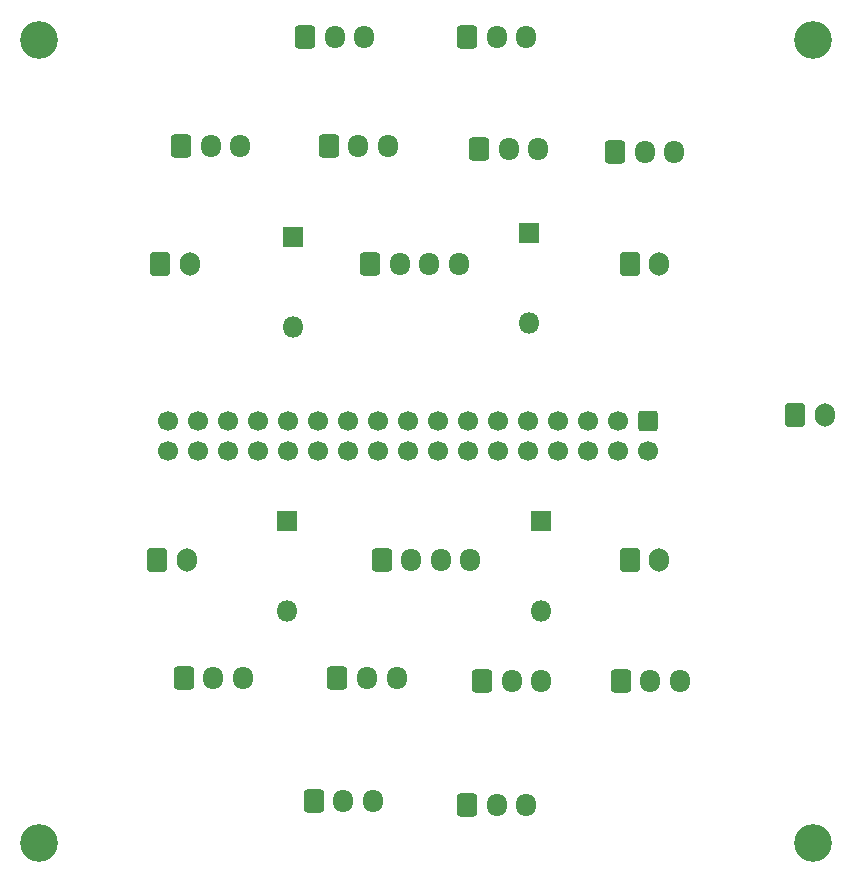
<source format=gbr>
%TF.GenerationSoftware,KiCad,Pcbnew,9.0.4*%
%TF.CreationDate,2026-02-01T19:04:07+10:00*%
%TF.ProjectId,Jet Ranger COM and NAV,4a657420-5261-46e6-9765-7220434f4d20,rev?*%
%TF.SameCoordinates,Original*%
%TF.FileFunction,Soldermask,Top*%
%TF.FilePolarity,Negative*%
%FSLAX46Y46*%
G04 Gerber Fmt 4.6, Leading zero omitted, Abs format (unit mm)*
G04 Created by KiCad (PCBNEW 9.0.4) date 2026-02-01 19:04:07*
%MOMM*%
%LPD*%
G01*
G04 APERTURE LIST*
G04 Aperture macros list*
%AMRoundRect*
0 Rectangle with rounded corners*
0 $1 Rounding radius*
0 $2 $3 $4 $5 $6 $7 $8 $9 X,Y pos of 4 corners*
0 Add a 4 corners polygon primitive as box body*
4,1,4,$2,$3,$4,$5,$6,$7,$8,$9,$2,$3,0*
0 Add four circle primitives for the rounded corners*
1,1,$1+$1,$2,$3*
1,1,$1+$1,$4,$5*
1,1,$1+$1,$6,$7*
1,1,$1+$1,$8,$9*
0 Add four rect primitives between the rounded corners*
20,1,$1+$1,$2,$3,$4,$5,0*
20,1,$1+$1,$4,$5,$6,$7,0*
20,1,$1+$1,$6,$7,$8,$9,0*
20,1,$1+$1,$8,$9,$2,$3,0*%
G04 Aperture macros list end*
%ADD10RoundRect,0.250000X-0.600000X-0.750000X0.600000X-0.750000X0.600000X0.750000X-0.600000X0.750000X0*%
%ADD11O,1.700000X2.000000*%
%ADD12C,3.200000*%
%ADD13RoundRect,0.250000X-0.600000X-0.725000X0.600000X-0.725000X0.600000X0.725000X-0.600000X0.725000X0*%
%ADD14O,1.700000X1.950000*%
%ADD15RoundRect,0.250000X-0.600000X0.600000X-0.600000X-0.600000X0.600000X-0.600000X0.600000X0.600000X0*%
%ADD16C,1.700000*%
%ADD17R,1.800000X1.800000*%
%ADD18O,1.800000X1.800000*%
G04 APERTURE END LIST*
D10*
%TO.C,SW7*%
X104000000Y-127500000D03*
D11*
X106500000Y-127500000D03*
%TD*%
D12*
%TO.C,H4*%
X159500000Y-151500000D03*
%TD*%
D13*
%TO.C,SW11*%
X131500000Y-137750000D03*
D14*
X134000000Y-137750000D03*
X136500000Y-137750000D03*
%TD*%
D13*
%TO.C,RV4*%
X116500000Y-83225000D03*
D14*
X119000000Y-83225000D03*
X121500000Y-83225000D03*
%TD*%
D12*
%TO.C,H3*%
X94000000Y-151500000D03*
%TD*%
D13*
%TO.C,RV1*%
X130250000Y-148250000D03*
D14*
X132750000Y-148250000D03*
X135250000Y-148250000D03*
%TD*%
D12*
%TO.C,H1*%
X94000000Y-83500000D03*
%TD*%
D13*
%TO.C,SW9*%
X131250000Y-92750000D03*
D14*
X133750000Y-92750000D03*
X136250000Y-92750000D03*
%TD*%
D15*
%TO.C,J2*%
X145500000Y-115750000D03*
D16*
X145500000Y-118290000D03*
X142960000Y-115750000D03*
X142960000Y-118290000D03*
X140420000Y-115750000D03*
X140420000Y-118290000D03*
X137880000Y-115750000D03*
X137880000Y-118290000D03*
X135340000Y-115750000D03*
X135340000Y-118290000D03*
X132800000Y-115750000D03*
X132800000Y-118290000D03*
X130260000Y-115750000D03*
X130260000Y-118290000D03*
X127720000Y-115750000D03*
X127720000Y-118290000D03*
X125180000Y-115750000D03*
X125180000Y-118290000D03*
X122640000Y-115750000D03*
X122640000Y-118290000D03*
X120100000Y-115750000D03*
X120100000Y-118290000D03*
X117560000Y-115750000D03*
X117560000Y-118290000D03*
X115020000Y-115750000D03*
X115020000Y-118290000D03*
X112480000Y-115750000D03*
X112480000Y-118290000D03*
X109940000Y-115750000D03*
X109940000Y-118290000D03*
X107400000Y-115750000D03*
X107400000Y-118290000D03*
X104860000Y-115750000D03*
X104860000Y-118290000D03*
%TD*%
D17*
%TO.C,D4*%
X115000000Y-124215000D03*
D18*
X115000000Y-131835000D03*
%TD*%
D13*
%TO.C,SW2*%
X142750000Y-93000000D03*
D14*
X145250000Y-93000000D03*
X147750000Y-93000000D03*
%TD*%
D13*
%TO.C,J5*%
X122000000Y-102500000D03*
D14*
X124500000Y-102500000D03*
X127000000Y-102500000D03*
X129500000Y-102500000D03*
%TD*%
D13*
%TO.C,SW8*%
X143250000Y-137750000D03*
D14*
X145750000Y-137750000D03*
X148250000Y-137750000D03*
%TD*%
D13*
%TO.C,SW12*%
X106250000Y-137500000D03*
D14*
X108750000Y-137500000D03*
X111250000Y-137500000D03*
%TD*%
D13*
%TO.C,J3*%
X123000000Y-127500000D03*
D14*
X125500000Y-127500000D03*
X128000000Y-127500000D03*
X130500000Y-127500000D03*
%TD*%
D10*
%TO.C,SW5*%
X104250000Y-102500000D03*
D11*
X106750000Y-102500000D03*
%TD*%
D17*
%TO.C,D2*%
X115500000Y-100190000D03*
D18*
X115500000Y-107810000D03*
%TD*%
D10*
%TO.C,J1*%
X158000000Y-115250000D03*
D11*
X160500000Y-115250000D03*
%TD*%
D17*
%TO.C,D1*%
X135500000Y-99880000D03*
D18*
X135500000Y-107500000D03*
%TD*%
D12*
%TO.C,H2*%
X159500000Y-83500000D03*
%TD*%
D13*
%TO.C,RV3*%
X130250000Y-83225000D03*
D14*
X132750000Y-83225000D03*
X135250000Y-83225000D03*
%TD*%
D13*
%TO.C,RV2*%
X117250000Y-147975000D03*
D14*
X119750000Y-147975000D03*
X122250000Y-147975000D03*
%TD*%
D17*
%TO.C,D3*%
X136500000Y-124215000D03*
D18*
X136500000Y-131835000D03*
%TD*%
D13*
%TO.C,SW10*%
X106000000Y-92500000D03*
D14*
X108500000Y-92500000D03*
X111000000Y-92500000D03*
%TD*%
D13*
%TO.C,SW3*%
X118500000Y-92500000D03*
D14*
X121000000Y-92500000D03*
X123500000Y-92500000D03*
%TD*%
D13*
%TO.C,SW1*%
X119250000Y-137500000D03*
D14*
X121750000Y-137500000D03*
X124250000Y-137500000D03*
%TD*%
D10*
%TO.C,SW4*%
X144000000Y-102500000D03*
D11*
X146500000Y-102500000D03*
%TD*%
D10*
%TO.C,SW6*%
X144000000Y-127500000D03*
D11*
X146500000Y-127500000D03*
%TD*%
M02*

</source>
